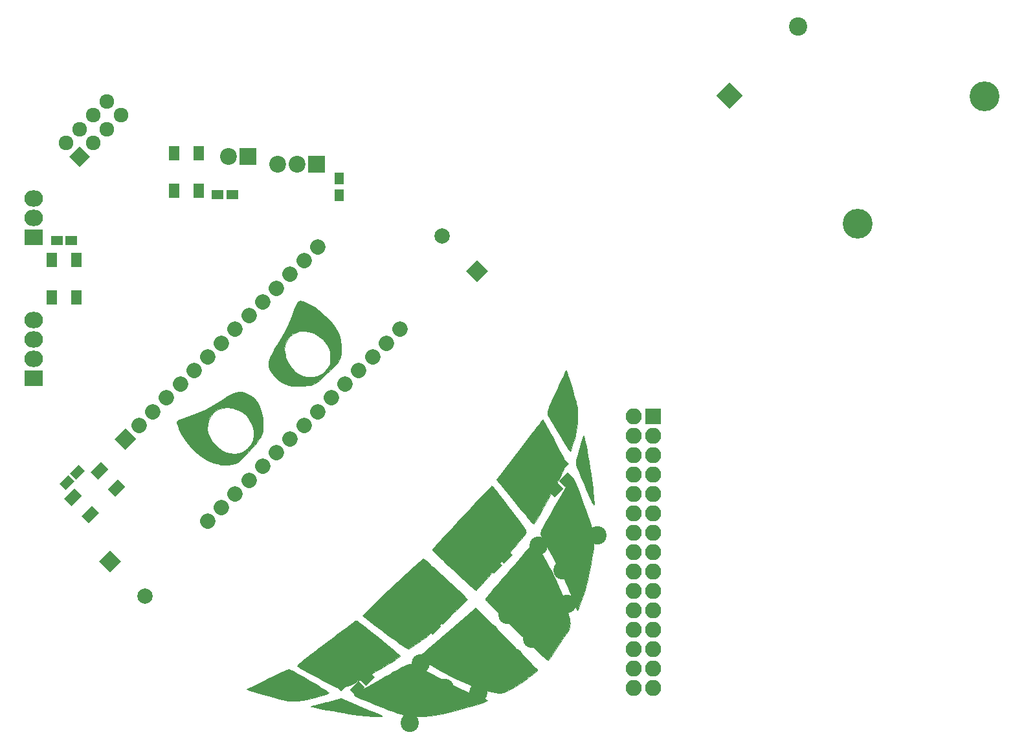
<source format=gbr>
G04 #@! TF.FileFunction,Soldermask,Top*
%FSLAX46Y46*%
G04 Gerber Fmt 4.6, Leading zero omitted, Abs format (unit mm)*
G04 Created by KiCad (PCBNEW 4.0.7) date 06/10/18 23:21:09*
%MOMM*%
%LPD*%
G01*
G04 APERTURE LIST*
%ADD10C,0.100000*%
%ADD11C,0.010000*%
%ADD12C,2.000000*%
%ADD13C,2.400000*%
%ADD14C,3.900000*%
%ADD15C,2.000000*%
%ADD16R,1.600000X1.150000*%
%ADD17R,1.400000X1.900000*%
%ADD18R,2.200000X2.200000*%
%ADD19C,2.200000*%
%ADD20R,2.100000X2.100000*%
%ADD21O,2.100000X2.100000*%
%ADD22R,1.300000X1.600000*%
%ADD23R,2.432000X2.127200*%
%ADD24O,2.432000X2.127200*%
%ADD25C,1.924000*%
G04 APERTURE END LIST*
D10*
D11*
G36*
X47723391Y-85008006D02*
X48349765Y-85270428D01*
X48934078Y-85516826D01*
X49455813Y-85738425D01*
X49894454Y-85926449D01*
X50229483Y-86072124D01*
X50440383Y-86166675D01*
X50497334Y-86194408D01*
X50578955Y-86245889D01*
X50584294Y-86279993D01*
X50492223Y-86299954D01*
X50281614Y-86309012D01*
X49931339Y-86310403D01*
X49746000Y-86309530D01*
X49220990Y-86295296D01*
X48629505Y-86261925D01*
X48066193Y-86215345D01*
X47828773Y-86189452D01*
X47417039Y-86134195D01*
X46882134Y-86054347D01*
X46253635Y-85955028D01*
X45561117Y-85841360D01*
X44834154Y-85718462D01*
X44102322Y-85591457D01*
X43395197Y-85465465D01*
X42742353Y-85345608D01*
X42173366Y-85237005D01*
X41717811Y-85144779D01*
X41448667Y-85084730D01*
X41237000Y-85033759D01*
X41427114Y-84961084D01*
X41563138Y-84918354D01*
X41835913Y-84839996D01*
X42218437Y-84733499D01*
X42683709Y-84606351D01*
X43204729Y-84466043D01*
X43394505Y-84415413D01*
X45171781Y-83942416D01*
X47723391Y-85008006D01*
X47723391Y-85008006D01*
G37*
X47723391Y-85008006D02*
X48349765Y-85270428D01*
X48934078Y-85516826D01*
X49455813Y-85738425D01*
X49894454Y-85926449D01*
X50229483Y-86072124D01*
X50440383Y-86166675D01*
X50497334Y-86194408D01*
X50578955Y-86245889D01*
X50584294Y-86279993D01*
X50492223Y-86299954D01*
X50281614Y-86309012D01*
X49931339Y-86310403D01*
X49746000Y-86309530D01*
X49220990Y-86295296D01*
X48629505Y-86261925D01*
X48066193Y-86215345D01*
X47828773Y-86189452D01*
X47417039Y-86134195D01*
X46882134Y-86054347D01*
X46253635Y-85955028D01*
X45561117Y-85841360D01*
X44834154Y-85718462D01*
X44102322Y-85591457D01*
X43395197Y-85465465D01*
X42742353Y-85345608D01*
X42173366Y-85237005D01*
X41717811Y-85144779D01*
X41448667Y-85084730D01*
X41237000Y-85033759D01*
X41427114Y-84961084D01*
X41563138Y-84918354D01*
X41835913Y-84839996D01*
X42218437Y-84733499D01*
X42683709Y-84606351D01*
X43204729Y-84466043D01*
X43394505Y-84415413D01*
X45171781Y-83942416D01*
X47723391Y-85008006D01*
G36*
X54506183Y-79462366D02*
X54713122Y-79537908D01*
X54960929Y-79657410D01*
X55153933Y-79754942D01*
X55472563Y-79917876D01*
X55903305Y-80142320D01*
X56409482Y-80408938D01*
X56954418Y-80698396D01*
X57501435Y-80991356D01*
X57606805Y-81048098D01*
X58359314Y-81449405D01*
X59110812Y-81842131D01*
X59841271Y-82216387D01*
X60530667Y-82562286D01*
X61158974Y-82869939D01*
X61706164Y-83129460D01*
X62152212Y-83330960D01*
X62477093Y-83464552D01*
X62561384Y-83494398D01*
X63010525Y-83647899D01*
X63434209Y-83803238D01*
X63803869Y-83948820D01*
X64090939Y-84073047D01*
X64266851Y-84164321D01*
X64308667Y-84203741D01*
X64228909Y-84279858D01*
X63999261Y-84391581D01*
X63634162Y-84533653D01*
X63148051Y-84700818D01*
X62555366Y-84887820D01*
X61895667Y-85082228D01*
X60454777Y-85475629D01*
X59151857Y-85791410D01*
X57975216Y-86031169D01*
X56913165Y-86196508D01*
X55954013Y-86289028D01*
X55086072Y-86310327D01*
X54297651Y-86262008D01*
X53801758Y-86190342D01*
X53455715Y-86116627D01*
X53056945Y-86009484D01*
X52590331Y-85863537D01*
X52040757Y-85673409D01*
X51393107Y-85433726D01*
X50632264Y-85139110D01*
X49743113Y-84784187D01*
X49010101Y-84486284D01*
X48357234Y-84218247D01*
X47846616Y-84005222D01*
X47463109Y-83839757D01*
X47191571Y-83714396D01*
X47016864Y-83621687D01*
X46923846Y-83554175D01*
X46897377Y-83504407D01*
X46922318Y-83464928D01*
X46927475Y-83460948D01*
X47068996Y-83368667D01*
X47337160Y-83205191D01*
X47711135Y-82982534D01*
X48170087Y-82712710D01*
X48693181Y-82407735D01*
X49259584Y-82079623D01*
X49848461Y-81740388D01*
X50438978Y-81402045D01*
X51010302Y-81076608D01*
X51541599Y-80776092D01*
X52012034Y-80512512D01*
X52400773Y-80297881D01*
X52589051Y-80196039D01*
X53125931Y-79908909D01*
X53539350Y-79693999D01*
X53856696Y-79546601D01*
X54105359Y-79462002D01*
X54312725Y-79435494D01*
X54506183Y-79462366D01*
X54506183Y-79462366D01*
G37*
X54506183Y-79462366D02*
X54713122Y-79537908D01*
X54960929Y-79657410D01*
X55153933Y-79754942D01*
X55472563Y-79917876D01*
X55903305Y-80142320D01*
X56409482Y-80408938D01*
X56954418Y-80698396D01*
X57501435Y-80991356D01*
X57606805Y-81048098D01*
X58359314Y-81449405D01*
X59110812Y-81842131D01*
X59841271Y-82216387D01*
X60530667Y-82562286D01*
X61158974Y-82869939D01*
X61706164Y-83129460D01*
X62152212Y-83330960D01*
X62477093Y-83464552D01*
X62561384Y-83494398D01*
X63010525Y-83647899D01*
X63434209Y-83803238D01*
X63803869Y-83948820D01*
X64090939Y-84073047D01*
X64266851Y-84164321D01*
X64308667Y-84203741D01*
X64228909Y-84279858D01*
X63999261Y-84391581D01*
X63634162Y-84533653D01*
X63148051Y-84700818D01*
X62555366Y-84887820D01*
X61895667Y-85082228D01*
X60454777Y-85475629D01*
X59151857Y-85791410D01*
X57975216Y-86031169D01*
X56913165Y-86196508D01*
X55954013Y-86289028D01*
X55086072Y-86310327D01*
X54297651Y-86262008D01*
X53801758Y-86190342D01*
X53455715Y-86116627D01*
X53056945Y-86009484D01*
X52590331Y-85863537D01*
X52040757Y-85673409D01*
X51393107Y-85433726D01*
X50632264Y-85139110D01*
X49743113Y-84784187D01*
X49010101Y-84486284D01*
X48357234Y-84218247D01*
X47846616Y-84005222D01*
X47463109Y-83839757D01*
X47191571Y-83714396D01*
X47016864Y-83621687D01*
X46923846Y-83554175D01*
X46897377Y-83504407D01*
X46922318Y-83464928D01*
X46927475Y-83460948D01*
X47068996Y-83368667D01*
X47337160Y-83205191D01*
X47711135Y-82982534D01*
X48170087Y-82712710D01*
X48693181Y-82407735D01*
X49259584Y-82079623D01*
X49848461Y-81740388D01*
X50438978Y-81402045D01*
X51010302Y-81076608D01*
X51541599Y-80776092D01*
X52012034Y-80512512D01*
X52400773Y-80297881D01*
X52589051Y-80196039D01*
X53125931Y-79908909D01*
X53539350Y-79693999D01*
X53856696Y-79546601D01*
X54105359Y-79462002D01*
X54312725Y-79435494D01*
X54506183Y-79462366D01*
G36*
X38524449Y-80182874D02*
X38754376Y-80299485D01*
X39085064Y-80479149D01*
X39496195Y-80709851D01*
X39967453Y-80979574D01*
X40478522Y-81276301D01*
X41009083Y-81588017D01*
X41538821Y-81902704D01*
X42047419Y-82208346D01*
X42514559Y-82492927D01*
X42919926Y-82744431D01*
X43243202Y-82950840D01*
X43464071Y-83100139D01*
X43562216Y-83180311D01*
X43565333Y-83187161D01*
X43553809Y-83227682D01*
X43501965Y-83270238D01*
X43383899Y-83325981D01*
X43173706Y-83406063D01*
X42845481Y-83521636D01*
X42560648Y-83619674D01*
X41995978Y-83795119D01*
X41358215Y-83963551D01*
X40700537Y-84113210D01*
X40076126Y-84232336D01*
X39538163Y-84309167D01*
X39374333Y-84324324D01*
X38896989Y-84329094D01*
X38390398Y-84286455D01*
X38189000Y-84254106D01*
X37960784Y-84202884D01*
X37597561Y-84112583D01*
X37127114Y-83990742D01*
X36577225Y-83844905D01*
X35975677Y-83682612D01*
X35350250Y-83511406D01*
X34728729Y-83338828D01*
X34138894Y-83172420D01*
X33608528Y-83019723D01*
X33236000Y-82909584D01*
X32855000Y-82795061D01*
X34082667Y-82176682D01*
X34604956Y-81916186D01*
X35164436Y-81641640D01*
X35739771Y-81363065D01*
X36309630Y-81090482D01*
X36852677Y-80833913D01*
X37347579Y-80603380D01*
X37773002Y-80408903D01*
X38107612Y-80260503D01*
X38330076Y-80168203D01*
X38415599Y-80141333D01*
X38524449Y-80182874D01*
X38524449Y-80182874D01*
G37*
X38524449Y-80182874D02*
X38754376Y-80299485D01*
X39085064Y-80479149D01*
X39496195Y-80709851D01*
X39967453Y-80979574D01*
X40478522Y-81276301D01*
X41009083Y-81588017D01*
X41538821Y-81902704D01*
X42047419Y-82208346D01*
X42514559Y-82492927D01*
X42919926Y-82744431D01*
X43243202Y-82950840D01*
X43464071Y-83100139D01*
X43562216Y-83180311D01*
X43565333Y-83187161D01*
X43553809Y-83227682D01*
X43501965Y-83270238D01*
X43383899Y-83325981D01*
X43173706Y-83406063D01*
X42845481Y-83521636D01*
X42560648Y-83619674D01*
X41995978Y-83795119D01*
X41358215Y-83963551D01*
X40700537Y-84113210D01*
X40076126Y-84232336D01*
X39538163Y-84309167D01*
X39374333Y-84324324D01*
X38896989Y-84329094D01*
X38390398Y-84286455D01*
X38189000Y-84254106D01*
X37960784Y-84202884D01*
X37597561Y-84112583D01*
X37127114Y-83990742D01*
X36577225Y-83844905D01*
X35975677Y-83682612D01*
X35350250Y-83511406D01*
X34728729Y-83338828D01*
X34138894Y-83172420D01*
X33608528Y-83019723D01*
X33236000Y-82909584D01*
X32855000Y-82795061D01*
X34082667Y-82176682D01*
X34604956Y-81916186D01*
X35164436Y-81641640D01*
X35739771Y-81363065D01*
X36309630Y-81090482D01*
X36852677Y-80833913D01*
X37347579Y-80603380D01*
X37773002Y-80408903D01*
X38107612Y-80260503D01*
X38330076Y-80168203D01*
X38415599Y-80141333D01*
X38524449Y-80182874D01*
G36*
X66867816Y-76138813D02*
X67552013Y-76823583D01*
X68199671Y-77473116D01*
X68801035Y-78077540D01*
X69346349Y-78626988D01*
X69825857Y-79111590D01*
X70229802Y-79521477D01*
X70548430Y-79846780D01*
X70771984Y-80077630D01*
X70890708Y-80204158D01*
X70907793Y-80225669D01*
X70845377Y-80296049D01*
X70683128Y-80446892D01*
X70451396Y-80650367D01*
X70353438Y-80734000D01*
X69804965Y-81169035D01*
X69156710Y-81635725D01*
X68463797Y-82097323D01*
X67781348Y-82517083D01*
X67174491Y-82853129D01*
X66751623Y-83060081D01*
X66408404Y-83192191D01*
X66094982Y-83254955D01*
X65761503Y-83253870D01*
X65358116Y-83194430D01*
X64920678Y-83101599D01*
X63928805Y-82835622D01*
X62838937Y-82467595D01*
X61678002Y-82009783D01*
X60472927Y-81474450D01*
X59250643Y-80873861D01*
X58038076Y-80220280D01*
X56862156Y-79525972D01*
X56328833Y-79188445D01*
X55986710Y-78961876D01*
X55703292Y-78764697D01*
X55505464Y-78616317D01*
X55420111Y-78536143D01*
X55418667Y-78531395D01*
X55481090Y-78465350D01*
X55660795Y-78299147D01*
X55946432Y-78042757D01*
X56326652Y-77706148D01*
X56790106Y-77299291D01*
X57325445Y-76832155D01*
X57921320Y-76314709D01*
X58566381Y-75756924D01*
X59120816Y-75279234D01*
X62822965Y-72094620D01*
X66867816Y-76138813D01*
X66867816Y-76138813D01*
G37*
X66867816Y-76138813D02*
X67552013Y-76823583D01*
X68199671Y-77473116D01*
X68801035Y-78077540D01*
X69346349Y-78626988D01*
X69825857Y-79111590D01*
X70229802Y-79521477D01*
X70548430Y-79846780D01*
X70771984Y-80077630D01*
X70890708Y-80204158D01*
X70907793Y-80225669D01*
X70845377Y-80296049D01*
X70683128Y-80446892D01*
X70451396Y-80650367D01*
X70353438Y-80734000D01*
X69804965Y-81169035D01*
X69156710Y-81635725D01*
X68463797Y-82097323D01*
X67781348Y-82517083D01*
X67174491Y-82853129D01*
X66751623Y-83060081D01*
X66408404Y-83192191D01*
X66094982Y-83254955D01*
X65761503Y-83253870D01*
X65358116Y-83194430D01*
X64920678Y-83101599D01*
X63928805Y-82835622D01*
X62838937Y-82467595D01*
X61678002Y-82009783D01*
X60472927Y-81474450D01*
X59250643Y-80873861D01*
X58038076Y-80220280D01*
X56862156Y-79525972D01*
X56328833Y-79188445D01*
X55986710Y-78961876D01*
X55703292Y-78764697D01*
X55505464Y-78616317D01*
X55420111Y-78536143D01*
X55418667Y-78531395D01*
X55481090Y-78465350D01*
X55660795Y-78299147D01*
X55946432Y-78042757D01*
X56326652Y-77706148D01*
X56790106Y-77299291D01*
X57325445Y-76832155D01*
X57921320Y-76314709D01*
X58566381Y-75756924D01*
X59120816Y-75279234D01*
X62822965Y-72094620D01*
X66867816Y-76138813D01*
G36*
X47202273Y-73777982D02*
X47297294Y-73814605D01*
X47432786Y-73892833D01*
X47620893Y-74021533D01*
X47873762Y-74209575D01*
X48203538Y-74465826D01*
X48622366Y-74799157D01*
X49142393Y-75218434D01*
X49775764Y-75732529D01*
X50090724Y-75988807D01*
X50687824Y-76476004D01*
X51243248Y-76931366D01*
X51743401Y-77343589D01*
X52174690Y-77701367D01*
X52523520Y-77993397D01*
X52776298Y-78208375D01*
X52919430Y-78334997D01*
X52947110Y-78364068D01*
X52892822Y-78450379D01*
X52705788Y-78605996D01*
X52402861Y-78820896D01*
X52000896Y-79085051D01*
X51516744Y-79388437D01*
X50967262Y-79721027D01*
X50369300Y-80072797D01*
X49739714Y-80433721D01*
X49095358Y-80793773D01*
X48453083Y-81142928D01*
X47829745Y-81471160D01*
X47242197Y-81768444D01*
X47138571Y-81819345D01*
X46647246Y-82056711D01*
X46273464Y-82228213D01*
X45984209Y-82345485D01*
X45746465Y-82420163D01*
X45527217Y-82463879D01*
X45293449Y-82488270D01*
X45227486Y-82492801D01*
X44614064Y-82532168D01*
X43462577Y-81934968D01*
X43053468Y-81720065D01*
X42585273Y-81469629D01*
X42081003Y-81196441D01*
X41563668Y-80913279D01*
X41056278Y-80632923D01*
X40581845Y-80368151D01*
X40163376Y-80131742D01*
X39823884Y-79936475D01*
X39586377Y-79795129D01*
X39473867Y-79720483D01*
X39471908Y-79718705D01*
X39500223Y-79638761D01*
X39636370Y-79481915D01*
X39854903Y-79275718D01*
X39979908Y-79168701D01*
X40149715Y-79032651D01*
X40431942Y-78812563D01*
X40810311Y-78520750D01*
X41268548Y-78169525D01*
X41790376Y-77771199D01*
X42359518Y-77338084D01*
X42959697Y-76882493D01*
X43574639Y-76416737D01*
X44188066Y-75953129D01*
X44783701Y-75503981D01*
X45345270Y-75081604D01*
X45856495Y-74698312D01*
X46301100Y-74366415D01*
X46662809Y-74098226D01*
X46925346Y-73906058D01*
X47072434Y-73802221D01*
X47085058Y-73794070D01*
X47135576Y-73774093D01*
X47202273Y-73777982D01*
X47202273Y-73777982D01*
G37*
X47202273Y-73777982D02*
X47297294Y-73814605D01*
X47432786Y-73892833D01*
X47620893Y-74021533D01*
X47873762Y-74209575D01*
X48203538Y-74465826D01*
X48622366Y-74799157D01*
X49142393Y-75218434D01*
X49775764Y-75732529D01*
X50090724Y-75988807D01*
X50687824Y-76476004D01*
X51243248Y-76931366D01*
X51743401Y-77343589D01*
X52174690Y-77701367D01*
X52523520Y-77993397D01*
X52776298Y-78208375D01*
X52919430Y-78334997D01*
X52947110Y-78364068D01*
X52892822Y-78450379D01*
X52705788Y-78605996D01*
X52402861Y-78820896D01*
X52000896Y-79085051D01*
X51516744Y-79388437D01*
X50967262Y-79721027D01*
X50369300Y-80072797D01*
X49739714Y-80433721D01*
X49095358Y-80793773D01*
X48453083Y-81142928D01*
X47829745Y-81471160D01*
X47242197Y-81768444D01*
X47138571Y-81819345D01*
X46647246Y-82056711D01*
X46273464Y-82228213D01*
X45984209Y-82345485D01*
X45746465Y-82420163D01*
X45527217Y-82463879D01*
X45293449Y-82488270D01*
X45227486Y-82492801D01*
X44614064Y-82532168D01*
X43462577Y-81934968D01*
X43053468Y-81720065D01*
X42585273Y-81469629D01*
X42081003Y-81196441D01*
X41563668Y-80913279D01*
X41056278Y-80632923D01*
X40581845Y-80368151D01*
X40163376Y-80131742D01*
X39823884Y-79936475D01*
X39586377Y-79795129D01*
X39473867Y-79720483D01*
X39471908Y-79718705D01*
X39500223Y-79638761D01*
X39636370Y-79481915D01*
X39854903Y-79275718D01*
X39979908Y-79168701D01*
X40149715Y-79032651D01*
X40431942Y-78812563D01*
X40810311Y-78520750D01*
X41268548Y-78169525D01*
X41790376Y-77771199D01*
X42359518Y-77338084D01*
X42959697Y-76882493D01*
X43574639Y-76416737D01*
X44188066Y-75953129D01*
X44783701Y-75503981D01*
X45345270Y-75081604D01*
X45856495Y-74698312D01*
X46301100Y-74366415D01*
X46662809Y-74098226D01*
X46925346Y-73906058D01*
X47072434Y-73802221D01*
X47085058Y-73794070D01*
X47135576Y-73774093D01*
X47202273Y-73777982D01*
G36*
X70630719Y-63750090D02*
X70773433Y-63943091D01*
X70981173Y-64260607D01*
X71239294Y-64677732D01*
X71533152Y-65169560D01*
X71848103Y-65711185D01*
X72169501Y-66277702D01*
X72482704Y-66844204D01*
X72773065Y-67385787D01*
X72811121Y-67458320D01*
X73426452Y-68694887D01*
X73957571Y-69887567D01*
X74397281Y-71017487D01*
X74738389Y-72065775D01*
X74973701Y-73013558D01*
X75017466Y-73245781D01*
X75081428Y-73608822D01*
X75127450Y-73906274D01*
X75147711Y-74160437D01*
X75134392Y-74393613D01*
X75079670Y-74628103D01*
X74975725Y-74886208D01*
X74814736Y-75190230D01*
X74588882Y-75562468D01*
X74290343Y-76025226D01*
X73911297Y-76600804D01*
X73760896Y-76828889D01*
X73407740Y-77362087D01*
X73081283Y-77849550D01*
X72793933Y-78273176D01*
X72558100Y-78614863D01*
X72386194Y-78856507D01*
X72290622Y-78980007D01*
X72278513Y-78991423D01*
X72188055Y-78952970D01*
X71991779Y-78802843D01*
X71701392Y-78551279D01*
X71328600Y-78208512D01*
X70885110Y-77784779D01*
X70767509Y-77670273D01*
X70361350Y-77273926D01*
X69992276Y-76914692D01*
X69678639Y-76610362D01*
X69438791Y-76378722D01*
X69291085Y-76237560D01*
X69255077Y-76204333D01*
X69175688Y-76128455D01*
X68988943Y-75946027D01*
X68707718Y-75669740D01*
X68344888Y-75312288D01*
X67913326Y-74886360D01*
X67425908Y-74404649D01*
X66895509Y-73879847D01*
X66559968Y-73547554D01*
X65928611Y-72921081D01*
X65408597Y-72402197D01*
X64990118Y-71980187D01*
X64663367Y-71644336D01*
X64418535Y-71383928D01*
X64245814Y-71188248D01*
X64135397Y-71046580D01*
X64077476Y-70948208D01*
X64062242Y-70882417D01*
X64079888Y-70838491D01*
X64080117Y-70838221D01*
X64413235Y-70447653D01*
X64831816Y-69959439D01*
X65316269Y-69396222D01*
X65847000Y-68780645D01*
X66404415Y-68135351D01*
X66968923Y-67482981D01*
X67520929Y-66846180D01*
X68040841Y-66247590D01*
X68509066Y-65709853D01*
X68906010Y-65255613D01*
X69209225Y-64910744D01*
X70435518Y-63523155D01*
X70630719Y-63750090D01*
X70630719Y-63750090D01*
G37*
X70630719Y-63750090D02*
X70773433Y-63943091D01*
X70981173Y-64260607D01*
X71239294Y-64677732D01*
X71533152Y-65169560D01*
X71848103Y-65711185D01*
X72169501Y-66277702D01*
X72482704Y-66844204D01*
X72773065Y-67385787D01*
X72811121Y-67458320D01*
X73426452Y-68694887D01*
X73957571Y-69887567D01*
X74397281Y-71017487D01*
X74738389Y-72065775D01*
X74973701Y-73013558D01*
X75017466Y-73245781D01*
X75081428Y-73608822D01*
X75127450Y-73906274D01*
X75147711Y-74160437D01*
X75134392Y-74393613D01*
X75079670Y-74628103D01*
X74975725Y-74886208D01*
X74814736Y-75190230D01*
X74588882Y-75562468D01*
X74290343Y-76025226D01*
X73911297Y-76600804D01*
X73760896Y-76828889D01*
X73407740Y-77362087D01*
X73081283Y-77849550D01*
X72793933Y-78273176D01*
X72558100Y-78614863D01*
X72386194Y-78856507D01*
X72290622Y-78980007D01*
X72278513Y-78991423D01*
X72188055Y-78952970D01*
X71991779Y-78802843D01*
X71701392Y-78551279D01*
X71328600Y-78208512D01*
X70885110Y-77784779D01*
X70767509Y-77670273D01*
X70361350Y-77273926D01*
X69992276Y-76914692D01*
X69678639Y-76610362D01*
X69438791Y-76378722D01*
X69291085Y-76237560D01*
X69255077Y-76204333D01*
X69175688Y-76128455D01*
X68988943Y-75946027D01*
X68707718Y-75669740D01*
X68344888Y-75312288D01*
X67913326Y-74886360D01*
X67425908Y-74404649D01*
X66895509Y-73879847D01*
X66559968Y-73547554D01*
X65928611Y-72921081D01*
X65408597Y-72402197D01*
X64990118Y-71980187D01*
X64663367Y-71644336D01*
X64418535Y-71383928D01*
X64245814Y-71188248D01*
X64135397Y-71046580D01*
X64077476Y-70948208D01*
X64062242Y-70882417D01*
X64079888Y-70838491D01*
X64080117Y-70838221D01*
X64413235Y-70447653D01*
X64831816Y-69959439D01*
X65316269Y-69396222D01*
X65847000Y-68780645D01*
X66404415Y-68135351D01*
X66968923Y-67482981D01*
X67520929Y-66846180D01*
X68040841Y-66247590D01*
X68509066Y-65709853D01*
X68906010Y-65255613D01*
X69209225Y-64910744D01*
X70435518Y-63523155D01*
X70630719Y-63750090D01*
G36*
X56065572Y-65707332D02*
X56211625Y-65816695D01*
X56290730Y-65888721D01*
X56449588Y-66034154D01*
X56704146Y-66265606D01*
X57024291Y-66555764D01*
X57379908Y-66877312D01*
X57535333Y-67017617D01*
X58161251Y-67585230D01*
X58773809Y-68146149D01*
X59360427Y-68688428D01*
X59908525Y-69200122D01*
X60405523Y-69669283D01*
X60838841Y-70083966D01*
X61195900Y-70432225D01*
X61464120Y-70702114D01*
X61630920Y-70881687D01*
X61684000Y-70957269D01*
X61622115Y-71065982D01*
X61446367Y-71270965D01*
X61171619Y-71558472D01*
X60812734Y-71914755D01*
X60384573Y-72326070D01*
X59901998Y-72778667D01*
X59379872Y-73258802D01*
X58833057Y-73752727D01*
X58276415Y-74246695D01*
X57724809Y-74726960D01*
X57193100Y-75179776D01*
X56696151Y-75591394D01*
X56519333Y-75734294D01*
X56127857Y-76041360D01*
X55709367Y-76358026D01*
X55287912Y-76667363D01*
X54887541Y-76952443D01*
X54532302Y-77196339D01*
X54246245Y-77382120D01*
X54053419Y-77492860D01*
X53987256Y-77516667D01*
X53894808Y-77471176D01*
X53695405Y-77348028D01*
X53420441Y-77167212D01*
X53167304Y-76994570D01*
X52775168Y-76717763D01*
X52293931Y-76369525D01*
X51747646Y-75968023D01*
X51160368Y-75531430D01*
X50556151Y-75077914D01*
X49959050Y-74625645D01*
X49393117Y-74192794D01*
X48882409Y-73797531D01*
X48450979Y-73458025D01*
X48122880Y-73192446D01*
X48025347Y-73110458D01*
X48070766Y-73042476D01*
X48228293Y-72871820D01*
X48485322Y-72610353D01*
X48829243Y-72269943D01*
X49247450Y-71862454D01*
X49727335Y-71399752D01*
X50256289Y-70893702D01*
X50821705Y-70356171D01*
X51410976Y-69799023D01*
X52011493Y-69234125D01*
X52610648Y-68673342D01*
X53195835Y-68128539D01*
X53754444Y-67611582D01*
X54273869Y-67134337D01*
X54741502Y-66708669D01*
X55144734Y-66346443D01*
X55470958Y-66059526D01*
X55707567Y-65859782D01*
X55825063Y-65769909D01*
X55956560Y-65696800D01*
X56065572Y-65707332D01*
X56065572Y-65707332D01*
G37*
X56065572Y-65707332D02*
X56211625Y-65816695D01*
X56290730Y-65888721D01*
X56449588Y-66034154D01*
X56704146Y-66265606D01*
X57024291Y-66555764D01*
X57379908Y-66877312D01*
X57535333Y-67017617D01*
X58161251Y-67585230D01*
X58773809Y-68146149D01*
X59360427Y-68688428D01*
X59908525Y-69200122D01*
X60405523Y-69669283D01*
X60838841Y-70083966D01*
X61195900Y-70432225D01*
X61464120Y-70702114D01*
X61630920Y-70881687D01*
X61684000Y-70957269D01*
X61622115Y-71065982D01*
X61446367Y-71270965D01*
X61171619Y-71558472D01*
X60812734Y-71914755D01*
X60384573Y-72326070D01*
X59901998Y-72778667D01*
X59379872Y-73258802D01*
X58833057Y-73752727D01*
X58276415Y-74246695D01*
X57724809Y-74726960D01*
X57193100Y-75179776D01*
X56696151Y-75591394D01*
X56519333Y-75734294D01*
X56127857Y-76041360D01*
X55709367Y-76358026D01*
X55287912Y-76667363D01*
X54887541Y-76952443D01*
X54532302Y-77196339D01*
X54246245Y-77382120D01*
X54053419Y-77492860D01*
X53987256Y-77516667D01*
X53894808Y-77471176D01*
X53695405Y-77348028D01*
X53420441Y-77167212D01*
X53167304Y-76994570D01*
X52775168Y-76717763D01*
X52293931Y-76369525D01*
X51747646Y-75968023D01*
X51160368Y-75531430D01*
X50556151Y-75077914D01*
X49959050Y-74625645D01*
X49393117Y-74192794D01*
X48882409Y-73797531D01*
X48450979Y-73458025D01*
X48122880Y-73192446D01*
X48025347Y-73110458D01*
X48070766Y-73042476D01*
X48228293Y-72871820D01*
X48485322Y-72610353D01*
X48829243Y-72269943D01*
X49247450Y-71862454D01*
X49727335Y-71399752D01*
X50256289Y-70893702D01*
X50821705Y-70356171D01*
X51410976Y-69799023D01*
X52011493Y-69234125D01*
X52610648Y-68673342D01*
X53195835Y-68128539D01*
X53754444Y-67611582D01*
X54273869Y-67134337D01*
X54741502Y-66708669D01*
X55144734Y-66346443D01*
X55470958Y-66059526D01*
X55707567Y-65859782D01*
X55825063Y-65769909D01*
X55956560Y-65696800D01*
X56065572Y-65707332D01*
G36*
X75532292Y-55044600D02*
X75637073Y-55232120D01*
X75774726Y-55532644D01*
X75950256Y-55957291D01*
X76168669Y-56517182D01*
X76434970Y-57223435D01*
X76513936Y-57435819D01*
X76890991Y-58455318D01*
X77211835Y-59331695D01*
X77480673Y-60080018D01*
X77701710Y-60715355D01*
X77879153Y-61252772D01*
X78017208Y-61707336D01*
X78120080Y-62094114D01*
X78191975Y-62428174D01*
X78237100Y-62724582D01*
X78259660Y-62998406D01*
X78263860Y-63264712D01*
X78253907Y-63538569D01*
X78247414Y-63645836D01*
X78198383Y-64175138D01*
X78115200Y-64827453D01*
X78004910Y-65561550D01*
X77874559Y-66336199D01*
X77731195Y-67110169D01*
X77581864Y-67842227D01*
X77433611Y-68491143D01*
X77388967Y-68669000D01*
X77217932Y-69292848D01*
X77014664Y-69970598D01*
X76794904Y-70654156D01*
X76574396Y-71295430D01*
X76368879Y-71846327D01*
X76268718Y-72091548D01*
X76108894Y-72466095D01*
X75884792Y-71922214D01*
X75774589Y-71652064D01*
X75618868Y-71266713D01*
X75434603Y-70808342D01*
X75238769Y-70319128D01*
X75137779Y-70066000D01*
X74828872Y-69315487D01*
X74507535Y-68588346D01*
X74158019Y-67852702D01*
X73764580Y-67076680D01*
X73311469Y-66228402D01*
X72782941Y-65275995D01*
X72690994Y-65113000D01*
X72299475Y-64418934D01*
X71984585Y-63855573D01*
X71738948Y-63406595D01*
X71555187Y-63055680D01*
X71425923Y-62786506D01*
X71343780Y-62582751D01*
X71301380Y-62428096D01*
X71291346Y-62306219D01*
X71306300Y-62200798D01*
X71333721Y-62110275D01*
X71401188Y-61962744D01*
X71542429Y-61689496D01*
X71746980Y-61308918D01*
X72004374Y-60839396D01*
X72304147Y-60299316D01*
X72635833Y-59707064D01*
X72988967Y-59081025D01*
X73353085Y-58439585D01*
X73717719Y-57801130D01*
X74072407Y-57184047D01*
X74406681Y-56606721D01*
X74710078Y-56087537D01*
X74972131Y-55644883D01*
X75182376Y-55297142D01*
X75330347Y-55062703D01*
X75401325Y-54964093D01*
X75455378Y-54958964D01*
X75532292Y-55044600D01*
X75532292Y-55044600D01*
G37*
X75532292Y-55044600D02*
X75637073Y-55232120D01*
X75774726Y-55532644D01*
X75950256Y-55957291D01*
X76168669Y-56517182D01*
X76434970Y-57223435D01*
X76513936Y-57435819D01*
X76890991Y-58455318D01*
X77211835Y-59331695D01*
X77480673Y-60080018D01*
X77701710Y-60715355D01*
X77879153Y-61252772D01*
X78017208Y-61707336D01*
X78120080Y-62094114D01*
X78191975Y-62428174D01*
X78237100Y-62724582D01*
X78259660Y-62998406D01*
X78263860Y-63264712D01*
X78253907Y-63538569D01*
X78247414Y-63645836D01*
X78198383Y-64175138D01*
X78115200Y-64827453D01*
X78004910Y-65561550D01*
X77874559Y-66336199D01*
X77731195Y-67110169D01*
X77581864Y-67842227D01*
X77433611Y-68491143D01*
X77388967Y-68669000D01*
X77217932Y-69292848D01*
X77014664Y-69970598D01*
X76794904Y-70654156D01*
X76574396Y-71295430D01*
X76368879Y-71846327D01*
X76268718Y-72091548D01*
X76108894Y-72466095D01*
X75884792Y-71922214D01*
X75774589Y-71652064D01*
X75618868Y-71266713D01*
X75434603Y-70808342D01*
X75238769Y-70319128D01*
X75137779Y-70066000D01*
X74828872Y-69315487D01*
X74507535Y-68588346D01*
X74158019Y-67852702D01*
X73764580Y-67076680D01*
X73311469Y-66228402D01*
X72782941Y-65275995D01*
X72690994Y-65113000D01*
X72299475Y-64418934D01*
X71984585Y-63855573D01*
X71738948Y-63406595D01*
X71555187Y-63055680D01*
X71425923Y-62786506D01*
X71343780Y-62582751D01*
X71301380Y-62428096D01*
X71291346Y-62306219D01*
X71306300Y-62200798D01*
X71333721Y-62110275D01*
X71401188Y-61962744D01*
X71542429Y-61689496D01*
X71746980Y-61308918D01*
X72004374Y-60839396D01*
X72304147Y-60299316D01*
X72635833Y-59707064D01*
X72988967Y-59081025D01*
X73353085Y-58439585D01*
X73717719Y-57801130D01*
X74072407Y-57184047D01*
X74406681Y-56606721D01*
X74710078Y-56087537D01*
X74972131Y-55644883D01*
X75182376Y-55297142D01*
X75330347Y-55062703D01*
X75401325Y-54964093D01*
X75455378Y-54958964D01*
X75532292Y-55044600D01*
G36*
X64962437Y-56142676D02*
X65090398Y-56261771D01*
X65284433Y-56479147D01*
X65550696Y-56802324D01*
X65895340Y-57238823D01*
X66324517Y-57796163D01*
X66844381Y-58481865D01*
X66992325Y-58678333D01*
X67585979Y-59470613D01*
X68081873Y-60139462D01*
X68486759Y-60694680D01*
X68807391Y-61146067D01*
X69050522Y-61503424D01*
X69222906Y-61776550D01*
X69331296Y-61975246D01*
X69382445Y-62109312D01*
X69388667Y-62155807D01*
X69379996Y-62225304D01*
X69347032Y-62311660D01*
X69279342Y-62428128D01*
X69166498Y-62587959D01*
X68998068Y-62804404D01*
X68763622Y-63090715D01*
X68452729Y-63460143D01*
X68054960Y-63925940D01*
X67559883Y-64501358D01*
X67360913Y-64732000D01*
X67006066Y-65141083D01*
X66601492Y-65603999D01*
X66161175Y-66105068D01*
X65699101Y-66628605D01*
X65229252Y-67158928D01*
X64765615Y-67680355D01*
X64322173Y-68177203D01*
X63912911Y-68633790D01*
X63551813Y-69034433D01*
X63252865Y-69363449D01*
X63030049Y-69605157D01*
X62897352Y-69743872D01*
X62867946Y-69770524D01*
X62780231Y-69734660D01*
X62592980Y-69603266D01*
X62331200Y-69395547D01*
X62019892Y-69130708D01*
X61919867Y-69042353D01*
X61635641Y-68785907D01*
X61279382Y-68459417D01*
X60866880Y-68077807D01*
X60413926Y-67656003D01*
X59936312Y-67208929D01*
X59449828Y-66751510D01*
X58970267Y-66298671D01*
X58513419Y-65865336D01*
X58095076Y-65466431D01*
X57731029Y-65116881D01*
X57437070Y-64831609D01*
X57228988Y-64625542D01*
X57122577Y-64513603D01*
X57112000Y-64498291D01*
X57168041Y-64424024D01*
X57328463Y-64238778D01*
X57581714Y-63954999D01*
X57916242Y-63585131D01*
X58320495Y-63141619D01*
X58782922Y-62636909D01*
X59291969Y-62083445D01*
X59836085Y-61493673D01*
X60403718Y-60880036D01*
X60983316Y-60254980D01*
X61563327Y-59630950D01*
X62132199Y-59020391D01*
X62678380Y-58435748D01*
X63190317Y-57889466D01*
X63656460Y-57393989D01*
X64065256Y-56961762D01*
X64405153Y-56605231D01*
X64664599Y-56336841D01*
X64832042Y-56169036D01*
X64894398Y-56114343D01*
X64962437Y-56142676D01*
X64962437Y-56142676D01*
G37*
X64962437Y-56142676D02*
X65090398Y-56261771D01*
X65284433Y-56479147D01*
X65550696Y-56802324D01*
X65895340Y-57238823D01*
X66324517Y-57796163D01*
X66844381Y-58481865D01*
X66992325Y-58678333D01*
X67585979Y-59470613D01*
X68081873Y-60139462D01*
X68486759Y-60694680D01*
X68807391Y-61146067D01*
X69050522Y-61503424D01*
X69222906Y-61776550D01*
X69331296Y-61975246D01*
X69382445Y-62109312D01*
X69388667Y-62155807D01*
X69379996Y-62225304D01*
X69347032Y-62311660D01*
X69279342Y-62428128D01*
X69166498Y-62587959D01*
X68998068Y-62804404D01*
X68763622Y-63090715D01*
X68452729Y-63460143D01*
X68054960Y-63925940D01*
X67559883Y-64501358D01*
X67360913Y-64732000D01*
X67006066Y-65141083D01*
X66601492Y-65603999D01*
X66161175Y-66105068D01*
X65699101Y-66628605D01*
X65229252Y-67158928D01*
X64765615Y-67680355D01*
X64322173Y-68177203D01*
X63912911Y-68633790D01*
X63551813Y-69034433D01*
X63252865Y-69363449D01*
X63030049Y-69605157D01*
X62897352Y-69743872D01*
X62867946Y-69770524D01*
X62780231Y-69734660D01*
X62592980Y-69603266D01*
X62331200Y-69395547D01*
X62019892Y-69130708D01*
X61919867Y-69042353D01*
X61635641Y-68785907D01*
X61279382Y-68459417D01*
X60866880Y-68077807D01*
X60413926Y-67656003D01*
X59936312Y-67208929D01*
X59449828Y-66751510D01*
X58970267Y-66298671D01*
X58513419Y-65865336D01*
X58095076Y-65466431D01*
X57731029Y-65116881D01*
X57437070Y-64831609D01*
X57228988Y-64625542D01*
X57122577Y-64513603D01*
X57112000Y-64498291D01*
X57168041Y-64424024D01*
X57328463Y-64238778D01*
X57581714Y-63954999D01*
X57916242Y-63585131D01*
X58320495Y-63141619D01*
X58782922Y-62636909D01*
X59291969Y-62083445D01*
X59836085Y-61493673D01*
X60403718Y-60880036D01*
X60983316Y-60254980D01*
X61563327Y-59630950D01*
X62132199Y-59020391D01*
X62678380Y-58435748D01*
X63190317Y-57889466D01*
X63656460Y-57393989D01*
X64065256Y-56961762D01*
X64405153Y-56605231D01*
X64664599Y-56336841D01*
X64832042Y-56169036D01*
X64894398Y-56114343D01*
X64962437Y-56142676D01*
G36*
X71670939Y-47546960D02*
X71806845Y-47781814D01*
X71996977Y-48122930D01*
X72229600Y-48548211D01*
X72492983Y-49035560D01*
X72775392Y-49562878D01*
X73065095Y-50108067D01*
X73350357Y-50649030D01*
X73619447Y-51163668D01*
X73860632Y-51629884D01*
X74062177Y-52025579D01*
X74212351Y-52328657D01*
X74299420Y-52517018D01*
X74308615Y-52540000D01*
X74382614Y-52748989D01*
X74434864Y-52944724D01*
X74460064Y-53141353D01*
X74452916Y-53353024D01*
X74408118Y-53593889D01*
X74320370Y-53878095D01*
X74184374Y-54219792D01*
X73994828Y-54633129D01*
X73746432Y-55132255D01*
X73433887Y-55731320D01*
X73051893Y-56444472D01*
X72595149Y-57285861D01*
X72389875Y-57662333D01*
X71889433Y-58575654D01*
X71464860Y-59342031D01*
X71114169Y-59964896D01*
X70835375Y-60447679D01*
X70626491Y-60793811D01*
X70485532Y-61006724D01*
X70410510Y-61089846D01*
X70404702Y-61091333D01*
X70302632Y-61044897D01*
X70218321Y-60985500D01*
X70159617Y-60926776D01*
X70045191Y-60797798D01*
X69869688Y-60592068D01*
X69627756Y-60303089D01*
X69314039Y-59924366D01*
X68923184Y-59449401D01*
X68449837Y-58871698D01*
X67888642Y-58184761D01*
X67234247Y-57382092D01*
X66481298Y-56457196D01*
X66097217Y-55985031D01*
X65559397Y-55323729D01*
X68550933Y-51351166D01*
X69093248Y-50633313D01*
X69605869Y-49959226D01*
X70079735Y-49340524D01*
X70505783Y-48788827D01*
X70874950Y-48315755D01*
X71178174Y-47932927D01*
X71406392Y-47651964D01*
X71550541Y-47484484D01*
X71600992Y-47440468D01*
X71670939Y-47546960D01*
X71670939Y-47546960D01*
G37*
X71670939Y-47546960D02*
X71806845Y-47781814D01*
X71996977Y-48122930D01*
X72229600Y-48548211D01*
X72492983Y-49035560D01*
X72775392Y-49562878D01*
X73065095Y-50108067D01*
X73350357Y-50649030D01*
X73619447Y-51163668D01*
X73860632Y-51629884D01*
X74062177Y-52025579D01*
X74212351Y-52328657D01*
X74299420Y-52517018D01*
X74308615Y-52540000D01*
X74382614Y-52748989D01*
X74434864Y-52944724D01*
X74460064Y-53141353D01*
X74452916Y-53353024D01*
X74408118Y-53593889D01*
X74320370Y-53878095D01*
X74184374Y-54219792D01*
X73994828Y-54633129D01*
X73746432Y-55132255D01*
X73433887Y-55731320D01*
X73051893Y-56444472D01*
X72595149Y-57285861D01*
X72389875Y-57662333D01*
X71889433Y-58575654D01*
X71464860Y-59342031D01*
X71114169Y-59964896D01*
X70835375Y-60447679D01*
X70626491Y-60793811D01*
X70485532Y-61006724D01*
X70410510Y-61089846D01*
X70404702Y-61091333D01*
X70302632Y-61044897D01*
X70218321Y-60985500D01*
X70159617Y-60926776D01*
X70045191Y-60797798D01*
X69869688Y-60592068D01*
X69627756Y-60303089D01*
X69314039Y-59924366D01*
X68923184Y-59449401D01*
X68449837Y-58871698D01*
X67888642Y-58184761D01*
X67234247Y-57382092D01*
X66481298Y-56457196D01*
X66097217Y-55985031D01*
X65559397Y-55323729D01*
X68550933Y-51351166D01*
X69093248Y-50633313D01*
X69605869Y-49959226D01*
X70079735Y-49340524D01*
X70505783Y-48788827D01*
X70874950Y-48315755D01*
X71178174Y-47932927D01*
X71406392Y-47651964D01*
X71550541Y-47484484D01*
X71600992Y-47440468D01*
X71670939Y-47546960D01*
G36*
X76927571Y-49551312D02*
X76987520Y-49684990D01*
X77066955Y-49967684D01*
X77162425Y-50380637D01*
X77270481Y-50905091D01*
X77387673Y-51522290D01*
X77510551Y-52213476D01*
X77635665Y-52959894D01*
X77759564Y-53742784D01*
X77878799Y-54543392D01*
X77982050Y-55284233D01*
X78056793Y-55869585D01*
X78124482Y-56455262D01*
X78183079Y-57017330D01*
X78230547Y-57531857D01*
X78264847Y-57974911D01*
X78283942Y-58322560D01*
X78285794Y-58550871D01*
X78268364Y-58635912D01*
X78267454Y-58636000D01*
X78204490Y-58570945D01*
X78098004Y-58411215D01*
X78079177Y-58379814D01*
X77991598Y-58210186D01*
X77854579Y-57918437D01*
X77677994Y-57527751D01*
X77471715Y-57061311D01*
X77245615Y-56542301D01*
X77009569Y-55993905D01*
X76773449Y-55439308D01*
X76547130Y-54901692D01*
X76340483Y-54404242D01*
X76163383Y-53970141D01*
X76025703Y-53622574D01*
X75937317Y-53384724D01*
X75908000Y-53281629D01*
X75928659Y-53105381D01*
X75985714Y-52815516D01*
X76071781Y-52439047D01*
X76179478Y-52002987D01*
X76301422Y-51534348D01*
X76430230Y-51060143D01*
X76558518Y-50607384D01*
X76678903Y-50203085D01*
X76784002Y-49874256D01*
X76866433Y-49647912D01*
X76918811Y-49551065D01*
X76927571Y-49551312D01*
X76927571Y-49551312D01*
G37*
X76927571Y-49551312D02*
X76987520Y-49684990D01*
X77066955Y-49967684D01*
X77162425Y-50380637D01*
X77270481Y-50905091D01*
X77387673Y-51522290D01*
X77510551Y-52213476D01*
X77635665Y-52959894D01*
X77759564Y-53742784D01*
X77878799Y-54543392D01*
X77982050Y-55284233D01*
X78056793Y-55869585D01*
X78124482Y-56455262D01*
X78183079Y-57017330D01*
X78230547Y-57531857D01*
X78264847Y-57974911D01*
X78283942Y-58322560D01*
X78285794Y-58550871D01*
X78268364Y-58635912D01*
X78267454Y-58636000D01*
X78204490Y-58570945D01*
X78098004Y-58411215D01*
X78079177Y-58379814D01*
X77991598Y-58210186D01*
X77854579Y-57918437D01*
X77677994Y-57527751D01*
X77471715Y-57061311D01*
X77245615Y-56542301D01*
X77009569Y-55993905D01*
X76773449Y-55439308D01*
X76547130Y-54901692D01*
X76340483Y-54404242D01*
X76163383Y-53970141D01*
X76025703Y-53622574D01*
X75937317Y-53384724D01*
X75908000Y-53281629D01*
X75928659Y-53105381D01*
X75985714Y-52815516D01*
X76071781Y-52439047D01*
X76179478Y-52002987D01*
X76301422Y-51534348D01*
X76430230Y-51060143D01*
X76558518Y-50607384D01*
X76678903Y-50203085D01*
X76784002Y-49874256D01*
X76866433Y-49647912D01*
X76918811Y-49551065D01*
X76927571Y-49551312D01*
G36*
X32176130Y-43847976D02*
X32533890Y-43923473D01*
X32646451Y-43953984D01*
X33251318Y-44208594D01*
X33778707Y-44603199D01*
X34221242Y-45123654D01*
X34571548Y-45755812D01*
X34822246Y-46485528D01*
X34965961Y-47298655D01*
X34995317Y-48181047D01*
X34982381Y-48433667D01*
X34938216Y-48882841D01*
X34866828Y-49232140D01*
X34751724Y-49550679D01*
X34678020Y-49709040D01*
X34493661Y-50016572D01*
X34211199Y-50402815D01*
X33854666Y-50842010D01*
X33448093Y-51308397D01*
X33015511Y-51776218D01*
X32580951Y-52219714D01*
X32168444Y-52613127D01*
X31802021Y-52930697D01*
X31505713Y-53146665D01*
X31431221Y-53189285D01*
X31225147Y-53252508D01*
X30899257Y-53305299D01*
X30502924Y-53344196D01*
X30085523Y-53365735D01*
X29696426Y-53366453D01*
X29385008Y-53342888D01*
X29341333Y-53335858D01*
X28495482Y-53122019D01*
X27705018Y-52788941D01*
X26947477Y-52323566D01*
X26200393Y-51712836D01*
X25694858Y-51216187D01*
X24976623Y-50367089D01*
X24395047Y-49469130D01*
X23993258Y-48608473D01*
X27700258Y-48608473D01*
X27776870Y-49202815D01*
X28005732Y-49770410D01*
X28393294Y-50331268D01*
X28609850Y-50574826D01*
X29154096Y-51104846D01*
X29658761Y-51492091D01*
X30150081Y-51749805D01*
X30654293Y-51891233D01*
X31197632Y-51929618D01*
X31288667Y-51927133D01*
X31795066Y-51877033D01*
X32196238Y-51763952D01*
X32313121Y-51711776D01*
X32618499Y-51528443D01*
X32924220Y-51293647D01*
X33019917Y-51205101D01*
X33411102Y-50702304D01*
X33663858Y-50128154D01*
X33779558Y-49506843D01*
X33759575Y-48862566D01*
X33605282Y-48219516D01*
X33318051Y-47601886D01*
X32899257Y-47033870D01*
X32775855Y-46904145D01*
X32238044Y-46466626D01*
X31637276Y-46150361D01*
X30999830Y-45957069D01*
X30351984Y-45888469D01*
X29720016Y-45946280D01*
X29130206Y-46132221D01*
X28608832Y-46448010D01*
X28417311Y-46619048D01*
X28167179Y-46909039D01*
X27986245Y-47227788D01*
X27849206Y-47627960D01*
X27769446Y-47967373D01*
X27700258Y-48608473D01*
X23993258Y-48608473D01*
X23963143Y-48543966D01*
X23806329Y-48074296D01*
X23749489Y-47880823D01*
X23724128Y-47741243D01*
X23751659Y-47637127D01*
X23853494Y-47550049D01*
X24051046Y-47461583D01*
X24365728Y-47353302D01*
X24811667Y-47209140D01*
X26147462Y-46727645D01*
X27403373Y-46169510D01*
X28633193Y-45508653D01*
X29737662Y-44820693D01*
X30317293Y-44447589D01*
X30790710Y-44169882D01*
X31185609Y-43979318D01*
X31529683Y-43867647D01*
X31850625Y-43826617D01*
X32176130Y-43847976D01*
X32176130Y-43847976D01*
G37*
X32176130Y-43847976D02*
X32533890Y-43923473D01*
X32646451Y-43953984D01*
X33251318Y-44208594D01*
X33778707Y-44603199D01*
X34221242Y-45123654D01*
X34571548Y-45755812D01*
X34822246Y-46485528D01*
X34965961Y-47298655D01*
X34995317Y-48181047D01*
X34982381Y-48433667D01*
X34938216Y-48882841D01*
X34866828Y-49232140D01*
X34751724Y-49550679D01*
X34678020Y-49709040D01*
X34493661Y-50016572D01*
X34211199Y-50402815D01*
X33854666Y-50842010D01*
X33448093Y-51308397D01*
X33015511Y-51776218D01*
X32580951Y-52219714D01*
X32168444Y-52613127D01*
X31802021Y-52930697D01*
X31505713Y-53146665D01*
X31431221Y-53189285D01*
X31225147Y-53252508D01*
X30899257Y-53305299D01*
X30502924Y-53344196D01*
X30085523Y-53365735D01*
X29696426Y-53366453D01*
X29385008Y-53342888D01*
X29341333Y-53335858D01*
X28495482Y-53122019D01*
X27705018Y-52788941D01*
X26947477Y-52323566D01*
X26200393Y-51712836D01*
X25694858Y-51216187D01*
X24976623Y-50367089D01*
X24395047Y-49469130D01*
X23993258Y-48608473D01*
X27700258Y-48608473D01*
X27776870Y-49202815D01*
X28005732Y-49770410D01*
X28393294Y-50331268D01*
X28609850Y-50574826D01*
X29154096Y-51104846D01*
X29658761Y-51492091D01*
X30150081Y-51749805D01*
X30654293Y-51891233D01*
X31197632Y-51929618D01*
X31288667Y-51927133D01*
X31795066Y-51877033D01*
X32196238Y-51763952D01*
X32313121Y-51711776D01*
X32618499Y-51528443D01*
X32924220Y-51293647D01*
X33019917Y-51205101D01*
X33411102Y-50702304D01*
X33663858Y-50128154D01*
X33779558Y-49506843D01*
X33759575Y-48862566D01*
X33605282Y-48219516D01*
X33318051Y-47601886D01*
X32899257Y-47033870D01*
X32775855Y-46904145D01*
X32238044Y-46466626D01*
X31637276Y-46150361D01*
X30999830Y-45957069D01*
X30351984Y-45888469D01*
X29720016Y-45946280D01*
X29130206Y-46132221D01*
X28608832Y-46448010D01*
X28417311Y-46619048D01*
X28167179Y-46909039D01*
X27986245Y-47227788D01*
X27849206Y-47627960D01*
X27769446Y-47967373D01*
X27700258Y-48608473D01*
X23993258Y-48608473D01*
X23963143Y-48543966D01*
X23806329Y-48074296D01*
X23749489Y-47880823D01*
X23724128Y-47741243D01*
X23751659Y-47637127D01*
X23853494Y-47550049D01*
X24051046Y-47461583D01*
X24365728Y-47353302D01*
X24811667Y-47209140D01*
X26147462Y-46727645D01*
X27403373Y-46169510D01*
X28633193Y-45508653D01*
X29737662Y-44820693D01*
X30317293Y-44447589D01*
X30790710Y-44169882D01*
X31185609Y-43979318D01*
X31529683Y-43867647D01*
X31850625Y-43826617D01*
X32176130Y-43847976D01*
G36*
X74682062Y-41102853D02*
X74759470Y-41318093D01*
X74869322Y-41647159D01*
X75004072Y-42065702D01*
X75156172Y-42549372D01*
X75318075Y-43073822D01*
X75482235Y-43614703D01*
X75641105Y-44147665D01*
X75787138Y-44648359D01*
X75912786Y-45092437D01*
X75969738Y-45301000D01*
X76052085Y-45625674D01*
X76106993Y-45905075D01*
X76138257Y-46184985D01*
X76149672Y-46511188D01*
X76145030Y-46929468D01*
X76134613Y-47290667D01*
X76104972Y-47921383D01*
X76056852Y-48441525D01*
X75983053Y-48909477D01*
X75876675Y-49382441D01*
X75745229Y-49879883D01*
X75607543Y-50361421D01*
X75472446Y-50800096D01*
X75348766Y-51168946D01*
X75245329Y-51441012D01*
X75170965Y-51589332D01*
X75147728Y-51608667D01*
X75088420Y-51539429D01*
X74955175Y-51345277D01*
X74761085Y-51046552D01*
X74519247Y-50663595D01*
X74242753Y-50216748D01*
X74079446Y-49949129D01*
X73624499Y-49198642D01*
X73250449Y-48578069D01*
X72949287Y-48073209D01*
X72713000Y-47669863D01*
X72533578Y-47353829D01*
X72403010Y-47110906D01*
X72313286Y-46926894D01*
X72256395Y-46787593D01*
X72224327Y-46678800D01*
X72218338Y-46649933D01*
X72213381Y-46462406D01*
X72266846Y-46211667D01*
X72387366Y-45865127D01*
X72500004Y-45586785D01*
X72646411Y-45246018D01*
X72833660Y-44823963D01*
X73051260Y-44342933D01*
X73288719Y-43825240D01*
X73535546Y-43293196D01*
X73781249Y-42769113D01*
X74015336Y-42275303D01*
X74227317Y-41834079D01*
X74406700Y-41467752D01*
X74542994Y-41198634D01*
X74625706Y-41049039D01*
X74644645Y-41025788D01*
X74682062Y-41102853D01*
X74682062Y-41102853D01*
G37*
X74682062Y-41102853D02*
X74759470Y-41318093D01*
X74869322Y-41647159D01*
X75004072Y-42065702D01*
X75156172Y-42549372D01*
X75318075Y-43073822D01*
X75482235Y-43614703D01*
X75641105Y-44147665D01*
X75787138Y-44648359D01*
X75912786Y-45092437D01*
X75969738Y-45301000D01*
X76052085Y-45625674D01*
X76106993Y-45905075D01*
X76138257Y-46184985D01*
X76149672Y-46511188D01*
X76145030Y-46929468D01*
X76134613Y-47290667D01*
X76104972Y-47921383D01*
X76056852Y-48441525D01*
X75983053Y-48909477D01*
X75876675Y-49382441D01*
X75745229Y-49879883D01*
X75607543Y-50361421D01*
X75472446Y-50800096D01*
X75348766Y-51168946D01*
X75245329Y-51441012D01*
X75170965Y-51589332D01*
X75147728Y-51608667D01*
X75088420Y-51539429D01*
X74955175Y-51345277D01*
X74761085Y-51046552D01*
X74519247Y-50663595D01*
X74242753Y-50216748D01*
X74079446Y-49949129D01*
X73624499Y-49198642D01*
X73250449Y-48578069D01*
X72949287Y-48073209D01*
X72713000Y-47669863D01*
X72533578Y-47353829D01*
X72403010Y-47110906D01*
X72313286Y-46926894D01*
X72256395Y-46787593D01*
X72224327Y-46678800D01*
X72218338Y-46649933D01*
X72213381Y-46462406D01*
X72266846Y-46211667D01*
X72387366Y-45865127D01*
X72500004Y-45586785D01*
X72646411Y-45246018D01*
X72833660Y-44823963D01*
X73051260Y-44342933D01*
X73288719Y-43825240D01*
X73535546Y-43293196D01*
X73781249Y-42769113D01*
X74015336Y-42275303D01*
X74227317Y-41834079D01*
X74406700Y-41467752D01*
X74542994Y-41198634D01*
X74625706Y-41049039D01*
X74644645Y-41025788D01*
X74682062Y-41102853D01*
G36*
X40124551Y-31950262D02*
X40464702Y-32072567D01*
X40918504Y-32276262D01*
X41152840Y-32389582D01*
X41560773Y-32599240D01*
X41895322Y-32799078D01*
X42205161Y-33023953D01*
X42538964Y-33308724D01*
X42882471Y-33628260D01*
X43602140Y-34355031D01*
X44176718Y-35036443D01*
X44616717Y-35693933D01*
X44932647Y-36348937D01*
X45135021Y-37022893D01*
X45234350Y-37737237D01*
X45243917Y-38444162D01*
X45219213Y-38856023D01*
X45166861Y-39197370D01*
X45070383Y-39497612D01*
X44913301Y-39786158D01*
X44679136Y-40092417D01*
X44351412Y-40445797D01*
X43913648Y-40875707D01*
X43844288Y-40942104D01*
X43270832Y-41487417D01*
X42796637Y-41926498D01*
X42399555Y-42271154D01*
X42057437Y-42533192D01*
X41748133Y-42724418D01*
X41449493Y-42856639D01*
X41139369Y-42941662D01*
X40795611Y-42991294D01*
X40396070Y-43017340D01*
X39924667Y-43031466D01*
X39402407Y-43041118D01*
X39014371Y-43039961D01*
X38725645Y-43025306D01*
X38501315Y-42994465D01*
X38306466Y-42944752D01*
X38165592Y-42896047D01*
X37695757Y-42694436D01*
X37280916Y-42449376D01*
X36863401Y-42123529D01*
X36589639Y-41875611D01*
X36155625Y-41392247D01*
X35857891Y-40894467D01*
X35708146Y-40404154D01*
X35692160Y-40198151D01*
X35714651Y-39941084D01*
X35789070Y-39648105D01*
X35924153Y-39300018D01*
X36128637Y-38877626D01*
X36411256Y-38361733D01*
X36428327Y-38332691D01*
X37792343Y-38332691D01*
X37894316Y-39011054D01*
X37971975Y-39273564D01*
X38280327Y-39995801D01*
X38687832Y-40630988D01*
X39175817Y-41158594D01*
X39725611Y-41558093D01*
X40263333Y-41792826D01*
X40614850Y-41854463D01*
X41062239Y-41869572D01*
X41539503Y-41841341D01*
X41980641Y-41772955D01*
X42248863Y-41696943D01*
X42729376Y-41439556D01*
X43173876Y-41058517D01*
X43533975Y-40599053D01*
X43652611Y-40384939D01*
X43741822Y-40179323D01*
X43793888Y-39982869D01*
X43814920Y-39745599D01*
X43811025Y-39417536D01*
X43800295Y-39176756D01*
X43743040Y-38582578D01*
X43622994Y-38100774D01*
X43417384Y-37679179D01*
X43103437Y-37265630D01*
X42846939Y-36992952D01*
X42261392Y-36493956D01*
X41639027Y-36128930D01*
X40999290Y-35901790D01*
X40361624Y-35816450D01*
X39745473Y-35876824D01*
X39170283Y-36086828D01*
X38960615Y-36210558D01*
X38434588Y-36644754D01*
X38063712Y-37145721D01*
X37849219Y-37709640D01*
X37792343Y-38332691D01*
X36428327Y-38332691D01*
X36780747Y-37733143D01*
X36914739Y-37511667D01*
X37401081Y-36692155D01*
X37810965Y-35951778D01*
X38171530Y-35235728D01*
X38509917Y-34489197D01*
X38853267Y-33657375D01*
X38969098Y-33363000D01*
X39141458Y-32933951D01*
X39304382Y-32552191D01*
X39443293Y-32250201D01*
X39543613Y-32060464D01*
X39571059Y-32021697D01*
X39699224Y-31929826D01*
X39876556Y-31904348D01*
X40124551Y-31950262D01*
X40124551Y-31950262D01*
G37*
X40124551Y-31950262D02*
X40464702Y-32072567D01*
X40918504Y-32276262D01*
X41152840Y-32389582D01*
X41560773Y-32599240D01*
X41895322Y-32799078D01*
X42205161Y-33023953D01*
X42538964Y-33308724D01*
X42882471Y-33628260D01*
X43602140Y-34355031D01*
X44176718Y-35036443D01*
X44616717Y-35693933D01*
X44932647Y-36348937D01*
X45135021Y-37022893D01*
X45234350Y-37737237D01*
X45243917Y-38444162D01*
X45219213Y-38856023D01*
X45166861Y-39197370D01*
X45070383Y-39497612D01*
X44913301Y-39786158D01*
X44679136Y-40092417D01*
X44351412Y-40445797D01*
X43913648Y-40875707D01*
X43844288Y-40942104D01*
X43270832Y-41487417D01*
X42796637Y-41926498D01*
X42399555Y-42271154D01*
X42057437Y-42533192D01*
X41748133Y-42724418D01*
X41449493Y-42856639D01*
X41139369Y-42941662D01*
X40795611Y-42991294D01*
X40396070Y-43017340D01*
X39924667Y-43031466D01*
X39402407Y-43041118D01*
X39014371Y-43039961D01*
X38725645Y-43025306D01*
X38501315Y-42994465D01*
X38306466Y-42944752D01*
X38165592Y-42896047D01*
X37695757Y-42694436D01*
X37280916Y-42449376D01*
X36863401Y-42123529D01*
X36589639Y-41875611D01*
X36155625Y-41392247D01*
X35857891Y-40894467D01*
X35708146Y-40404154D01*
X35692160Y-40198151D01*
X35714651Y-39941084D01*
X35789070Y-39648105D01*
X35924153Y-39300018D01*
X36128637Y-38877626D01*
X36411256Y-38361733D01*
X36428327Y-38332691D01*
X37792343Y-38332691D01*
X37894316Y-39011054D01*
X37971975Y-39273564D01*
X38280327Y-39995801D01*
X38687832Y-40630988D01*
X39175817Y-41158594D01*
X39725611Y-41558093D01*
X40263333Y-41792826D01*
X40614850Y-41854463D01*
X41062239Y-41869572D01*
X41539503Y-41841341D01*
X41980641Y-41772955D01*
X42248863Y-41696943D01*
X42729376Y-41439556D01*
X43173876Y-41058517D01*
X43533975Y-40599053D01*
X43652611Y-40384939D01*
X43741822Y-40179323D01*
X43793888Y-39982869D01*
X43814920Y-39745599D01*
X43811025Y-39417536D01*
X43800295Y-39176756D01*
X43743040Y-38582578D01*
X43622994Y-38100774D01*
X43417384Y-37679179D01*
X43103437Y-37265630D01*
X42846939Y-36992952D01*
X42261392Y-36493956D01*
X41639027Y-36128930D01*
X40999290Y-35901790D01*
X40361624Y-35816450D01*
X39745473Y-35876824D01*
X39170283Y-36086828D01*
X38960615Y-36210558D01*
X38434588Y-36644754D01*
X38063712Y-37145721D01*
X37849219Y-37709640D01*
X37792343Y-38332691D01*
X36428327Y-38332691D01*
X36780747Y-37733143D01*
X36914739Y-37511667D01*
X37401081Y-36692155D01*
X37810965Y-35951778D01*
X38171530Y-35235728D01*
X38509917Y-34489197D01*
X38853267Y-33657375D01*
X38969098Y-33363000D01*
X39141458Y-32933951D01*
X39304382Y-32552191D01*
X39443293Y-32250201D01*
X39543613Y-32060464D01*
X39571059Y-32021697D01*
X39699224Y-31929826D01*
X39876556Y-31904348D01*
X40124551Y-31950262D01*
D10*
G36*
X15585786Y-50000000D02*
X17000000Y-48585786D01*
X18414214Y-50000000D01*
X17000000Y-51414214D01*
X15585786Y-50000000D01*
X15585786Y-50000000D01*
G37*
D12*
X51124973Y-37427641D02*
X51124973Y-37427641D01*
X18796051Y-48203949D02*
X18796051Y-48203949D01*
X49328922Y-39223693D02*
X49328922Y-39223693D01*
X20592102Y-46407898D02*
X20592102Y-46407898D01*
X47532871Y-41019744D02*
X47532871Y-41019744D01*
X22388154Y-44611846D02*
X22388154Y-44611846D01*
X45736820Y-42815795D02*
X45736820Y-42815795D01*
X24184205Y-42815795D02*
X24184205Y-42815795D01*
X43940768Y-44611846D02*
X43940768Y-44611846D01*
X25980256Y-41019744D02*
X25980256Y-41019744D01*
X42144717Y-46407898D02*
X42144717Y-46407898D01*
X27776307Y-39223693D02*
X27776307Y-39223693D01*
X40348666Y-48203949D02*
X40348666Y-48203949D01*
X29572359Y-37427641D02*
X29572359Y-37427641D01*
X38552615Y-50000000D02*
X38552615Y-50000000D01*
X31368410Y-35631590D02*
X31368410Y-35631590D01*
X36756563Y-51796051D02*
X36756563Y-51796051D01*
X33164461Y-33835539D02*
X33164461Y-33835539D01*
X34960512Y-53592102D02*
X34960512Y-53592102D01*
X34960512Y-32039488D02*
X34960512Y-32039488D01*
X33164461Y-55388154D02*
X33164461Y-55388154D01*
X36756563Y-30243437D02*
X36756563Y-30243437D01*
X31368410Y-57184205D02*
X31368410Y-57184205D01*
X38552615Y-28447385D02*
X38552615Y-28447385D01*
X29572359Y-58980256D02*
X29572359Y-58980256D01*
X40348666Y-26651334D02*
X40348666Y-26651334D01*
X27776307Y-60776307D02*
X27776307Y-60776307D01*
X42144717Y-24855283D02*
X42144717Y-24855283D01*
X52921024Y-35631590D02*
X52921024Y-35631590D01*
D10*
G36*
X94302944Y-5000000D02*
X96000000Y-3302944D01*
X97697056Y-5000000D01*
X96000000Y-6697056D01*
X94302944Y-5000000D01*
X94302944Y-5000000D01*
G37*
D13*
X104980256Y3980256D03*
D14*
X129388592Y-5161645D03*
X112775118Y-21775118D03*
D10*
G36*
X64414214Y-28000000D02*
X63000000Y-29414214D01*
X61585786Y-28000000D01*
X63000000Y-26585786D01*
X64414214Y-28000000D01*
X64414214Y-28000000D01*
G37*
D15*
X58403806Y-23403806D03*
D10*
G36*
X13585786Y-66000000D02*
X15000000Y-64585786D01*
X16414214Y-66000000D01*
X15000000Y-67414214D01*
X13585786Y-66000000D01*
X13585786Y-66000000D01*
G37*
D15*
X19596194Y-70596194D03*
D16*
X29050000Y-18000000D03*
X30950000Y-18000000D03*
D10*
G36*
X9169150Y-56644023D02*
X8355977Y-55830850D01*
X9487348Y-54699479D01*
X10300521Y-55512652D01*
X9169150Y-56644023D01*
X9169150Y-56644023D01*
G37*
G36*
X10512652Y-55300521D02*
X9699479Y-54487348D01*
X10830850Y-53355977D01*
X11644023Y-54169150D01*
X10512652Y-55300521D01*
X10512652Y-55300521D01*
G37*
D16*
X8050000Y-24000000D03*
X9950000Y-24000000D03*
D10*
G36*
X47169150Y-83644023D02*
X46355977Y-82830850D01*
X47487348Y-81699479D01*
X48300521Y-82512652D01*
X47169150Y-83644023D01*
X47169150Y-83644023D01*
G37*
G36*
X48512652Y-82300521D02*
X47699479Y-81487348D01*
X48830850Y-80355977D01*
X49644023Y-81169150D01*
X48512652Y-82300521D01*
X48512652Y-82300521D01*
G37*
G36*
X57169150Y-75644023D02*
X56355977Y-74830850D01*
X57487348Y-73699479D01*
X58300521Y-74512652D01*
X57169150Y-75644023D01*
X57169150Y-75644023D01*
G37*
G36*
X58512652Y-74300521D02*
X57699479Y-73487348D01*
X58830850Y-72355977D01*
X59644023Y-73169150D01*
X58512652Y-74300521D01*
X58512652Y-74300521D01*
G37*
G36*
X65169150Y-67644023D02*
X64355977Y-66830850D01*
X65487348Y-65699479D01*
X66300521Y-66512652D01*
X65169150Y-67644023D01*
X65169150Y-67644023D01*
G37*
G36*
X66512652Y-66300521D02*
X65699479Y-65487348D01*
X66830850Y-64355977D01*
X67644023Y-65169150D01*
X66512652Y-66300521D01*
X66512652Y-66300521D01*
G37*
G36*
X73169150Y-57644023D02*
X72355977Y-56830850D01*
X73487348Y-55699479D01*
X74300521Y-56512652D01*
X73169150Y-57644023D01*
X73169150Y-57644023D01*
G37*
G36*
X74512652Y-56300521D02*
X73699479Y-55487348D01*
X74830850Y-54355977D01*
X75644023Y-55169150D01*
X74512652Y-56300521D01*
X74512652Y-56300521D01*
G37*
D17*
X26600000Y-12550000D03*
X23400000Y-12550000D03*
X26600000Y-17450000D03*
X23400000Y-17450000D03*
D10*
G36*
X15687005Y-57565685D02*
X14697056Y-56575736D01*
X16040559Y-55232233D01*
X17030508Y-56222182D01*
X15687005Y-57565685D01*
X15687005Y-57565685D01*
G37*
G36*
X13424264Y-55302944D02*
X12434315Y-54312995D01*
X13777818Y-52969492D01*
X14767767Y-53959441D01*
X13424264Y-55302944D01*
X13424264Y-55302944D01*
G37*
G36*
X12222182Y-61030508D02*
X11232233Y-60040559D01*
X12575736Y-58697056D01*
X13565685Y-59687005D01*
X12222182Y-61030508D01*
X12222182Y-61030508D01*
G37*
G36*
X9959441Y-58767767D02*
X8969492Y-57777818D01*
X10312995Y-56434315D01*
X11302944Y-57424264D01*
X9959441Y-58767767D01*
X9959441Y-58767767D01*
G37*
D17*
X10600000Y-26550000D03*
X7400000Y-26550000D03*
X10600000Y-31450000D03*
X7400000Y-31450000D03*
D10*
G36*
X48687005Y-79565685D02*
X47697056Y-78575736D01*
X49040559Y-77232233D01*
X50030508Y-78222182D01*
X48687005Y-79565685D01*
X48687005Y-79565685D01*
G37*
G36*
X46424264Y-77302944D02*
X45434315Y-76312995D01*
X46777818Y-74969492D01*
X47767767Y-75959441D01*
X46424264Y-77302944D01*
X46424264Y-77302944D01*
G37*
G36*
X45222182Y-83030508D02*
X44232233Y-82040559D01*
X45575736Y-80697056D01*
X46565685Y-81687005D01*
X45222182Y-83030508D01*
X45222182Y-83030508D01*
G37*
G36*
X42959441Y-80767767D02*
X41969492Y-79777818D01*
X43312995Y-78434315D01*
X44302944Y-79424264D01*
X42959441Y-80767767D01*
X42959441Y-80767767D01*
G37*
G36*
X57687005Y-72565685D02*
X56697056Y-71575736D01*
X58040559Y-70232233D01*
X59030508Y-71222182D01*
X57687005Y-72565685D01*
X57687005Y-72565685D01*
G37*
G36*
X55424264Y-70302944D02*
X54434315Y-69312995D01*
X55777818Y-67969492D01*
X56767767Y-68959441D01*
X55424264Y-70302944D01*
X55424264Y-70302944D01*
G37*
G36*
X54222182Y-76030508D02*
X53232233Y-75040559D01*
X54575736Y-73697056D01*
X55565685Y-74687005D01*
X54222182Y-76030508D01*
X54222182Y-76030508D01*
G37*
G36*
X51959441Y-73767767D02*
X50969492Y-72777818D01*
X52312995Y-71434315D01*
X53302944Y-72424264D01*
X51959441Y-73767767D01*
X51959441Y-73767767D01*
G37*
G36*
X66687005Y-63565685D02*
X65697056Y-62575736D01*
X67040559Y-61232233D01*
X68030508Y-62222182D01*
X66687005Y-63565685D01*
X66687005Y-63565685D01*
G37*
G36*
X64424264Y-61302944D02*
X63434315Y-60312995D01*
X64777818Y-58969492D01*
X65767767Y-59959441D01*
X64424264Y-61302944D01*
X64424264Y-61302944D01*
G37*
G36*
X63222182Y-67030508D02*
X62232233Y-66040559D01*
X63575736Y-64697056D01*
X64565685Y-65687005D01*
X63222182Y-67030508D01*
X63222182Y-67030508D01*
G37*
G36*
X60959441Y-64767767D02*
X59969492Y-63777818D01*
X61312995Y-62434315D01*
X62302944Y-63424264D01*
X60959441Y-64767767D01*
X60959441Y-64767767D01*
G37*
G36*
X73687005Y-54565685D02*
X72697056Y-53575736D01*
X74040559Y-52232233D01*
X75030508Y-53222182D01*
X73687005Y-54565685D01*
X73687005Y-54565685D01*
G37*
G36*
X71424264Y-52302944D02*
X70434315Y-51312995D01*
X71777818Y-49969492D01*
X72767767Y-50959441D01*
X71424264Y-52302944D01*
X71424264Y-52302944D01*
G37*
G36*
X70222182Y-58030508D02*
X69232233Y-57040559D01*
X70575736Y-55697056D01*
X71565685Y-56687005D01*
X70222182Y-58030508D01*
X70222182Y-58030508D01*
G37*
G36*
X67959441Y-55767767D02*
X66969492Y-54777818D01*
X68312995Y-53434315D01*
X69302944Y-54424264D01*
X67959441Y-55767767D01*
X67959441Y-55767767D01*
G37*
D18*
X33000000Y-13000000D03*
D19*
X30460000Y-13000000D03*
D20*
X86000000Y-47000000D03*
D21*
X83460000Y-47000000D03*
X86000000Y-49540000D03*
X83460000Y-49540000D03*
X86000000Y-52080000D03*
X83460000Y-52080000D03*
X86000000Y-54620000D03*
X83460000Y-54620000D03*
X86000000Y-57160000D03*
X83460000Y-57160000D03*
X86000000Y-59700000D03*
X83460000Y-59700000D03*
X86000000Y-62240000D03*
X83460000Y-62240000D03*
X86000000Y-64780000D03*
X83460000Y-64780000D03*
X86000000Y-67320000D03*
X83460000Y-67320000D03*
X86000000Y-69860000D03*
X83460000Y-69860000D03*
X86000000Y-72400000D03*
X83460000Y-72400000D03*
X86000000Y-74940000D03*
X83460000Y-74940000D03*
X86000000Y-77480000D03*
X83460000Y-77480000D03*
X86000000Y-80020000D03*
X83460000Y-80020000D03*
X86000000Y-82560000D03*
X83460000Y-82560000D03*
D22*
X45000000Y-15900000D03*
X45000000Y-18100000D03*
D23*
X5000000Y-23540000D03*
D24*
X5000000Y-21000000D03*
X5000000Y-18460000D03*
D23*
X5024229Y-42060707D03*
D24*
X5024229Y-39520707D03*
X5024229Y-36980707D03*
X5024229Y-34440707D03*
D13*
X54181981Y-87181981D03*
X51000000Y-84000000D03*
X58778175Y-82585786D03*
X55596194Y-79403806D03*
X63181981Y-83181981D03*
X60000000Y-80000000D03*
X67778175Y-78585786D03*
X64596194Y-75403806D03*
X70181981Y-76181981D03*
X67000000Y-73000000D03*
X74778175Y-71585786D03*
X71596194Y-68403806D03*
X74181981Y-67181981D03*
X71000000Y-64000000D03*
X78778175Y-62585786D03*
X75596194Y-59403806D03*
D18*
X42000000Y-14000000D03*
D19*
X39460000Y-14000000D03*
X36920000Y-14000000D03*
D10*
G36*
X12360473Y-13000000D02*
X11000000Y-14360473D01*
X9639527Y-13000000D01*
X11000000Y-11639527D01*
X12360473Y-13000000D01*
X12360473Y-13000000D01*
G37*
D25*
X9203949Y-11203949D03*
X12796051Y-11203949D03*
X11000000Y-9407898D03*
X14592102Y-9407898D03*
X12796051Y-7611846D03*
X16388154Y-7611846D03*
X14592102Y-5815795D03*
M02*

</source>
